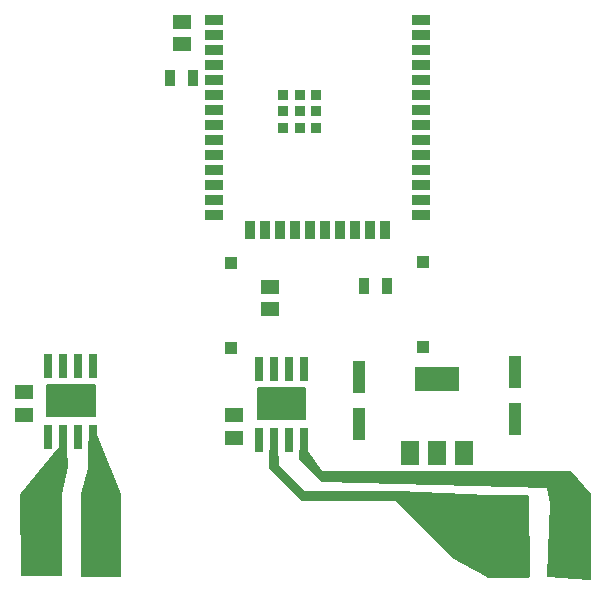
<source format=gbr>
%TF.GenerationSoftware,KiCad,Pcbnew,7.0.1*%
%TF.CreationDate,2023-08-30T15:08:01-03:00*%
%TF.ProjectId,Wakanda_MultiRobot,57616b61-6e64-4615-9f4d-756c7469526f,rev?*%
%TF.SameCoordinates,Original*%
%TF.FileFunction,Paste,Top*%
%TF.FilePolarity,Positive*%
%FSLAX46Y46*%
G04 Gerber Fmt 4.6, Leading zero omitted, Abs format (unit mm)*
G04 Created by KiCad (PCBNEW 7.0.1) date 2023-08-30 15:08:01*
%MOMM*%
%LPD*%
G01*
G04 APERTURE LIST*
%ADD10C,0.150000*%
%ADD11R,1.000760X1.000760*%
%ADD12R,1.498600X1.300480*%
%ADD13R,1.500000X2.000000*%
%ADD14R,3.800000X2.000000*%
%ADD15R,1.000000X2.700000*%
%ADD16R,0.711200X2.000000*%
%ADD17R,0.889000X1.397000*%
%ADD18R,1.500000X0.900000*%
%ADD19R,0.900000X1.500000*%
%ADD20R,0.900000X0.900000*%
G04 APERTURE END LIST*
D10*
X161060000Y-92280000D02*
X165060000Y-92280000D01*
X165060000Y-94890000D01*
X161060000Y-94890000D01*
X161060000Y-92280000D01*
G36*
X161060000Y-92280000D02*
G01*
X165060000Y-92280000D01*
X165060000Y-94890000D01*
X161060000Y-94890000D01*
X161060000Y-92280000D01*
G37*
X143230000Y-92040000D02*
X147230000Y-92040000D01*
X147230000Y-94650000D01*
X143230000Y-94650000D01*
X143230000Y-92040000D01*
G36*
X143230000Y-92040000D02*
G01*
X147230000Y-92040000D01*
X147230000Y-94650000D01*
X143230000Y-94650000D01*
X143230000Y-92040000D01*
G37*
D11*
%TO.C,EN1*%
X158750000Y-88849180D03*
X158750000Y-81650820D03*
%TD*%
D12*
%TO.C,C8*%
X154600000Y-63152500D03*
X154600000Y-61247500D03*
%TD*%
%TO.C,C1*%
X141220000Y-94512500D03*
X141220000Y-92607500D03*
%TD*%
D13*
%TO.C,U4*%
X173900000Y-97750000D03*
X176200000Y-97750000D03*
D14*
X176200000Y-91450000D03*
D13*
X178500000Y-97750000D03*
%TD*%
D15*
%TO.C,C10*%
X182800000Y-94900000D03*
X182800000Y-90900000D03*
%TD*%
D12*
%TO.C,C2*%
X159000000Y-96452500D03*
X159000000Y-94547500D03*
%TD*%
D15*
%TO.C,C9*%
X169600000Y-95300000D03*
X169600000Y-91300000D03*
%TD*%
D16*
%TO.C,U3*%
X164915000Y-90640000D03*
X163645000Y-90640000D03*
X162375000Y-90640000D03*
X161105000Y-90640000D03*
X161105000Y-96640000D03*
X162375000Y-96640000D03*
X163645000Y-96640000D03*
X164915000Y-96640000D03*
%TD*%
D17*
%TO.C,R3*%
X155552500Y-66000000D03*
X153647500Y-66000000D03*
%TD*%
D12*
%TO.C,C7*%
X162100000Y-83700000D03*
X162100000Y-85605000D03*
%TD*%
D17*
%TO.C,R4*%
X171952500Y-83600000D03*
X170047500Y-83600000D03*
%TD*%
D16*
%TO.C,U2*%
X147080000Y-90400000D03*
X145810000Y-90400000D03*
X144540000Y-90400000D03*
X143270000Y-90400000D03*
X143270000Y-96400000D03*
X144540000Y-96400000D03*
X145810000Y-96400000D03*
X147080000Y-96400000D03*
%TD*%
D18*
%TO.C,U1*%
X157350000Y-62380000D03*
X157350000Y-64920000D03*
X157350000Y-66190000D03*
X157350000Y-63650000D03*
X157350000Y-67460000D03*
X157350000Y-68730000D03*
X157350000Y-70000000D03*
X157350000Y-71270000D03*
X157350000Y-72540000D03*
X157350000Y-73810000D03*
X157350000Y-75080000D03*
X157350000Y-76350000D03*
X157350000Y-77620000D03*
D19*
X161655000Y-78870000D03*
X170545000Y-78870000D03*
X171815000Y-78870000D03*
D18*
X174850000Y-77620000D03*
X174850000Y-76350000D03*
X174850000Y-75080000D03*
X174850000Y-73810000D03*
D19*
X162925000Y-78870000D03*
X164195000Y-78870000D03*
X165465000Y-78870000D03*
X166735000Y-78870000D03*
X168005000Y-78870000D03*
X169275000Y-78870000D03*
D18*
X174850000Y-72540000D03*
X174850000Y-71270000D03*
X174850000Y-62380000D03*
X174850000Y-70000000D03*
X174850000Y-63650000D03*
X174850000Y-66190000D03*
X174850000Y-64920000D03*
X174850000Y-67460000D03*
X157350000Y-61110000D03*
D19*
X160385000Y-78870000D03*
D20*
X163200000Y-67430000D03*
X163200000Y-68830000D03*
X163200000Y-70230000D03*
X164600000Y-67430000D03*
X164600000Y-68830000D03*
X164600000Y-70230000D03*
X166000000Y-67430000D03*
X166000000Y-68830000D03*
X166000000Y-70230000D03*
D18*
X174850000Y-61110000D03*
X174850000Y-68730000D03*
%TD*%
D11*
%TO.C,BOOT1*%
X175050000Y-88799180D03*
X175050000Y-81600820D03*
%TD*%
G36*
X162644863Y-97158448D02*
G01*
X162692414Y-97201069D01*
X162712452Y-97261701D01*
X162799999Y-98749998D01*
X164999999Y-100999999D01*
X165000002Y-101000000D01*
X172997519Y-101000000D01*
X173002475Y-101000099D01*
X180500002Y-101300000D01*
X183877759Y-101300000D01*
X183939247Y-101316319D01*
X183984551Y-101360980D01*
X184001746Y-101422229D01*
X184098203Y-108174229D01*
X184082189Y-108236975D01*
X184036727Y-108283091D01*
X183974216Y-108300000D01*
X180532692Y-108300000D01*
X180471558Y-108283883D01*
X177514642Y-106608297D01*
X177488095Y-106588095D01*
X172700000Y-101800000D01*
X164829272Y-101800000D01*
X164773818Y-101786909D01*
X164617998Y-101708999D01*
X164585771Y-101685771D01*
X162114229Y-99214229D01*
X162091001Y-99182002D01*
X162013091Y-99026182D01*
X162000000Y-98970728D01*
X162000000Y-97567698D01*
X162015164Y-97508279D01*
X162056946Y-97463392D01*
X162521612Y-97164677D01*
X162582407Y-97145141D01*
X162644863Y-97158448D01*
G37*
G36*
X147478428Y-96317810D02*
G01*
X147525283Y-96345173D01*
X147555969Y-96389923D01*
X149491131Y-101227828D01*
X149500000Y-101273880D01*
X149500000Y-108126000D01*
X149483387Y-108188000D01*
X149438000Y-108233387D01*
X149376000Y-108250000D01*
X146174000Y-108250000D01*
X146112000Y-108233387D01*
X146066613Y-108188000D01*
X146050000Y-108126000D01*
X146050000Y-101266607D01*
X146054369Y-101233980D01*
X146650000Y-99049999D01*
X146650000Y-96867460D01*
X146665076Y-96808202D01*
X146706637Y-96763353D01*
X147373475Y-96331868D01*
X147424375Y-96313073D01*
X147478428Y-96317810D01*
G37*
G36*
X165242927Y-97513743D02*
G01*
X165287090Y-97551926D01*
X166500000Y-99250000D01*
X187443732Y-99250000D01*
X187494971Y-99261082D01*
X187537052Y-99292345D01*
X189219320Y-101214937D01*
X189242077Y-101252978D01*
X189250000Y-101296592D01*
X189250000Y-108367458D01*
X189231985Y-108431825D01*
X189183175Y-108477490D01*
X189117752Y-108491183D01*
X185620478Y-108258031D01*
X185560636Y-108237939D01*
X185518440Y-108190989D01*
X185504825Y-108129350D01*
X185750000Y-101999999D01*
X185500000Y-100749999D01*
X166549444Y-100251301D01*
X166503750Y-100241271D01*
X166465025Y-100215025D01*
X164536319Y-98286319D01*
X164509439Y-98246091D01*
X164500000Y-98198638D01*
X164500000Y-97624000D01*
X164516613Y-97562000D01*
X164562000Y-97516613D01*
X164624000Y-97500000D01*
X165186187Y-97500000D01*
X165242927Y-97513743D01*
G37*
G36*
X144840613Y-97315992D02*
G01*
X144885814Y-97359844D01*
X144903644Y-97420244D01*
X144949538Y-98934780D01*
X144946765Y-98964877D01*
X144450000Y-101250000D01*
X144450000Y-108076000D01*
X144433387Y-108138000D01*
X144388000Y-108183387D01*
X144326000Y-108200000D01*
X141123118Y-108200000D01*
X141061374Y-108183534D01*
X141016027Y-108138511D01*
X140999121Y-108076886D01*
X140950320Y-101244859D01*
X140957415Y-101202622D01*
X140978456Y-101165318D01*
X144112794Y-97345345D01*
X144155633Y-97311908D01*
X144208655Y-97300000D01*
X144779701Y-97300000D01*
X144840613Y-97315992D01*
G37*
M02*

</source>
